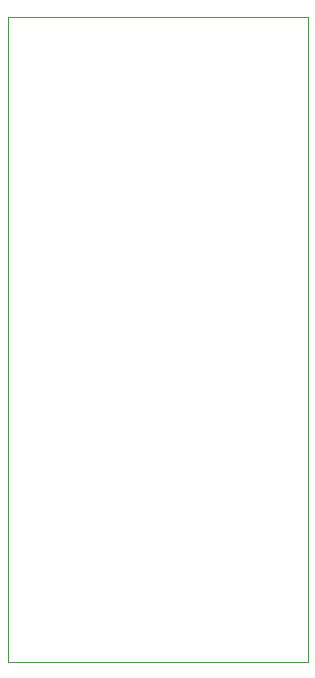
<source format=gko>
%TF.GenerationSoftware,KiCad,Pcbnew,9.0.6*%
%TF.CreationDate,2025-11-18T22:02:06+01:00*%
%TF.ProjectId,simple_mesh,73696d70-6c65-45f6-9d65-73682e6b6963,rev?*%
%TF.SameCoordinates,Original*%
%TF.FileFunction,Profile,NP*%
%FSLAX46Y46*%
G04 Gerber Fmt 4.6, Leading zero omitted, Abs format (unit mm)*
G04 Created by KiCad (PCBNEW 9.0.6) date 2025-11-18 22:02:06*
%MOMM*%
%LPD*%
G01*
G04 APERTURE LIST*
%TA.AperFunction,Profile*%
%ADD10C,0.050000*%
%TD*%
G04 APERTURE END LIST*
D10*
X63500000Y-73660000D02*
X88900000Y-73660000D01*
X63500000Y-128270000D02*
X63500000Y-73660000D01*
X88900000Y-128270000D02*
X63500000Y-128270000D01*
X88900000Y-73660000D02*
X88900000Y-128270000D01*
M02*

</source>
